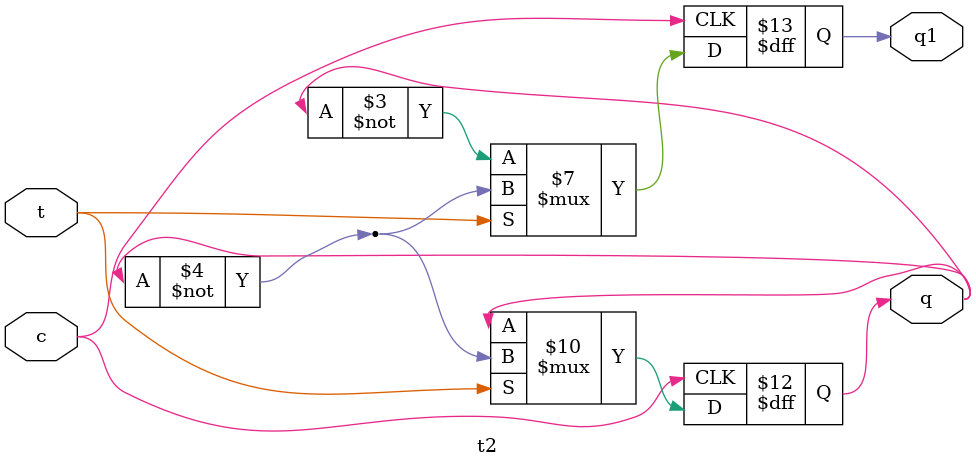
<source format=v>
module t2(q,q1,t,c);
output q,q1;
input t,c;
reg q,q1;

initial 
   begin 
	q=1'b0;
   end
	
 always @ (posedge c)
	begin
			   if (t==1'b0) begin 
					q=q;
					q1=~q;
				end
			   else begin 
					q=~q; 
					q1=q; 
				end
	
	 end
endmodule
</source>
